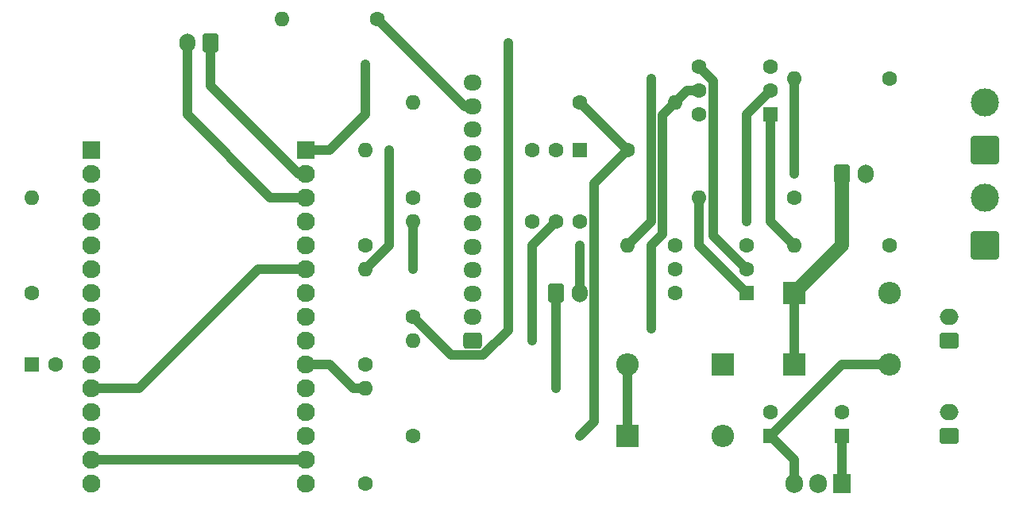
<source format=gbr>
%TF.GenerationSoftware,KiCad,Pcbnew,9.0.1*%
%TF.CreationDate,2025-04-03T23:22:05-05:00*%
%TF.ProjectId,sump-pump-mon,73756d70-2d70-4756-9d70-2d6d6f6e2e6b,rev?*%
%TF.SameCoordinates,Original*%
%TF.FileFunction,Copper,L2,Bot*%
%TF.FilePolarity,Positive*%
%FSLAX46Y46*%
G04 Gerber Fmt 4.6, Leading zero omitted, Abs format (unit mm)*
G04 Created by KiCad (PCBNEW 9.0.1) date 2025-04-03 23:22:05*
%MOMM*%
%LPD*%
G01*
G04 APERTURE LIST*
G04 Aperture macros list*
%AMRoundRect*
0 Rectangle with rounded corners*
0 $1 Rounding radius*
0 $2 $3 $4 $5 $6 $7 $8 $9 X,Y pos of 4 corners*
0 Add a 4 corners polygon primitive as box body*
4,1,4,$2,$3,$4,$5,$6,$7,$8,$9,$2,$3,0*
0 Add four circle primitives for the rounded corners*
1,1,$1+$1,$2,$3*
1,1,$1+$1,$4,$5*
1,1,$1+$1,$6,$7*
1,1,$1+$1,$8,$9*
0 Add four rect primitives between the rounded corners*
20,1,$1+$1,$2,$3,$4,$5,0*
20,1,$1+$1,$4,$5,$6,$7,0*
20,1,$1+$1,$6,$7,$8,$9,0*
20,1,$1+$1,$8,$9,$2,$3,0*%
G04 Aperture macros list end*
%TA.AperFunction,ComponentPad*%
%ADD10C,3.000000*%
%TD*%
%TA.AperFunction,ComponentPad*%
%ADD11RoundRect,0.288462X1.211538X-1.211538X1.211538X1.211538X-1.211538X1.211538X-1.211538X-1.211538X0*%
%TD*%
%TA.AperFunction,ComponentPad*%
%ADD12C,1.600000*%
%TD*%
%TA.AperFunction,ComponentPad*%
%ADD13O,1.600000X1.600000*%
%TD*%
%TA.AperFunction,ComponentPad*%
%ADD14RoundRect,0.250000X0.600000X0.750000X-0.600000X0.750000X-0.600000X-0.750000X0.600000X-0.750000X0*%
%TD*%
%TA.AperFunction,ComponentPad*%
%ADD15O,1.700000X2.000000*%
%TD*%
%TA.AperFunction,ComponentPad*%
%ADD16RoundRect,0.250000X0.725000X-0.600000X0.725000X0.600000X-0.725000X0.600000X-0.725000X-0.600000X0*%
%TD*%
%TA.AperFunction,ComponentPad*%
%ADD17O,1.950000X1.700000*%
%TD*%
%TA.AperFunction,ComponentPad*%
%ADD18RoundRect,0.250000X0.750000X-0.600000X0.750000X0.600000X-0.750000X0.600000X-0.750000X-0.600000X0*%
%TD*%
%TA.AperFunction,ComponentPad*%
%ADD19O,2.000000X1.700000*%
%TD*%
%TA.AperFunction,ComponentPad*%
%ADD20RoundRect,0.250000X0.550000X0.550000X-0.550000X0.550000X-0.550000X-0.550000X0.550000X-0.550000X0*%
%TD*%
%TA.AperFunction,ComponentPad*%
%ADD21RoundRect,0.250000X-0.550000X0.550000X-0.550000X-0.550000X0.550000X-0.550000X0.550000X0.550000X0*%
%TD*%
%TA.AperFunction,ComponentPad*%
%ADD22R,1.600000X1.600000*%
%TD*%
%TA.AperFunction,ComponentPad*%
%ADD23R,2.400000X2.400000*%
%TD*%
%TA.AperFunction,ComponentPad*%
%ADD24O,2.400000X2.400000*%
%TD*%
%TA.AperFunction,ComponentPad*%
%ADD25RoundRect,0.250000X-0.600000X-0.750000X0.600000X-0.750000X0.600000X0.750000X-0.600000X0.750000X0*%
%TD*%
%TA.AperFunction,ComponentPad*%
%ADD26R,1.905000X2.000000*%
%TD*%
%TA.AperFunction,ComponentPad*%
%ADD27O,1.905000X2.000000*%
%TD*%
%TA.AperFunction,ComponentPad*%
%ADD28R,1.930000X1.930000*%
%TD*%
%TA.AperFunction,ComponentPad*%
%ADD29C,1.930000*%
%TD*%
%TA.AperFunction,ViaPad*%
%ADD30C,0.600000*%
%TD*%
%TA.AperFunction,Conductor*%
%ADD31C,1.000000*%
%TD*%
%TA.AperFunction,Conductor*%
%ADD32C,1.500000*%
%TD*%
G04 APERTURE END LIST*
D10*
%TO.P,J5,2,Pin_2*%
%TO.N,Vin*%
X218440000Y-40640000D03*
D11*
%TO.P,J5,1,Pin_1*%
%TO.N,Net-(J5-Pin_1)*%
X218440000Y-45720000D03*
%TD*%
D10*
%TO.P,J1,2,Pin_2*%
%TO.N,Net-(J1-Pin_2)*%
X218440000Y-30480000D03*
D11*
%TO.P,J1,1,Pin_1*%
%TO.N,Vin*%
X218440000Y-35560000D03*
%TD*%
D12*
%TO.P,R14,1*%
%TO.N,+3.3V*%
X116840000Y-50800000D03*
D13*
%TO.P,R14,2*%
%TO.N,Net-(A1B-D2)*%
X116840000Y-40640000D03*
%TD*%
D12*
%TO.P,R13,1*%
%TO.N,+3.3V*%
X153670000Y-21590000D03*
D13*
%TO.P,R13,2*%
%TO.N,Net-(A1B-D1)*%
X143510000Y-21590000D03*
%TD*%
D14*
%TO.P,J6,1,Pin_1*%
%TO.N,Net-(A1B-D1)*%
X135890000Y-24130000D03*
D15*
%TO.P,J6,2,Pin_2*%
%TO.N,Net-(A1B-D2)*%
X133390000Y-24130000D03*
%TD*%
D16*
%TO.P,J4,1,Pin_1*%
%TO.N,Main_Input*%
X163830000Y-55880000D03*
D17*
%TO.P,J4,2,Pin_2*%
%TO.N,Aux_Input*%
X163830000Y-53380000D03*
%TO.P,J4,3,Pin_3*%
%TO.N,Mode*%
X163830000Y-50880000D03*
%TO.P,J4,4,Pin_4*%
%TO.N,LED_6V*%
X163830000Y-48380000D03*
%TO.P,J4,5,Pin_5*%
%TO.N,GND*%
X163830000Y-45880000D03*
%TO.P,J4,6,Pin_6*%
%TO.N,LED_AUX*%
X163830000Y-43380000D03*
%TO.P,J4,7,Pin_7*%
%TO.N,LED_YELLOW*%
X163830000Y-40880000D03*
%TO.P,J4,8,Pin_8*%
%TO.N,LED_BLUE*%
X163830000Y-38380000D03*
%TO.P,J4,9,Pin_9*%
%TO.N,LED_MAIN*%
X163830000Y-35880000D03*
%TO.P,J4,10,Pin_10*%
%TO.N,LED_GREEN*%
X163830000Y-33380000D03*
%TO.P,J4,11,Pin_11*%
%TO.N,+3.3V*%
X163830000Y-30880000D03*
%TO.P,J4,12,Pin_12*%
%TO.N,GND*%
X163830000Y-28380000D03*
%TD*%
D12*
%TO.P,R8,1*%
%TO.N,Vin*%
X157480000Y-53340000D03*
D13*
%TO.P,R8,2*%
%TO.N,LED_6V*%
X157480000Y-43180000D03*
%TD*%
D18*
%TO.P,J3,1,Pin_1*%
%TO.N,GND*%
X214630000Y-55880000D03*
D19*
%TO.P,J3,2,Pin_2*%
%TO.N,Net-(D5-A)*%
X214630000Y-53380000D03*
%TD*%
D18*
%TO.P,J2,1,Pin_1*%
%TO.N,Net-(J2-Pin_1)*%
X214630000Y-66040000D03*
D19*
%TO.P,J2,2,Pin_2*%
%TO.N,GND*%
X214630000Y-63540000D03*
%TD*%
D12*
%TO.P,U3,6*%
%TO.N,unconnected-(U3-Pad6)*%
X187960000Y-31750000D03*
%TO.P,U3,5*%
%TO.N,Aux_Input*%
X187960000Y-29210000D03*
%TO.P,U3,4*%
%TO.N,GND*%
X187960000Y-26670000D03*
%TO.P,U3,3,NC*%
%TO.N,unconnected-(U3-NC-Pad3)*%
X195580000Y-26670000D03*
%TO.P,U3,2*%
%TO.N,LED_AUX*%
X195580000Y-29210000D03*
D20*
%TO.P,U3,1*%
%TO.N,Net-(R2-Pad2)*%
X195580000Y-31750000D03*
%TD*%
D13*
%TO.P,R1,2*%
%TO.N,Net-(R1-Pad2)*%
X198120000Y-27940000D03*
D12*
%TO.P,R1,1*%
%TO.N,Net-(J1-Pin_2)*%
X208280000Y-27940000D03*
%TD*%
D21*
%TO.P,U2,1*%
%TO.N,Net-(R1-Pad2)*%
X175260000Y-35560000D03*
D12*
%TO.P,U2,2*%
%TO.N,LED_MAIN*%
X172720000Y-35560000D03*
%TO.P,U2,3,NC*%
%TO.N,unconnected-(U2-NC-Pad3)*%
X170180000Y-35560000D03*
%TO.P,U2,4*%
%TO.N,GND*%
X170180000Y-43180000D03*
%TO.P,U2,5*%
%TO.N,Main_Input*%
X172720000Y-43180000D03*
%TO.P,U2,6*%
%TO.N,unconnected-(U2-Pad6)*%
X175260000Y-43180000D03*
%TD*%
D22*
%TO.P,C2,1*%
%TO.N,Net-(D6-A)*%
X195580000Y-66040000D03*
D12*
%TO.P,C2,2*%
%TO.N,GND*%
X195580000Y-63540000D03*
%TD*%
%TO.P,R2,1*%
%TO.N,Net-(J5-Pin_1)*%
X208280000Y-45720000D03*
D13*
%TO.P,R2,2*%
%TO.N,Net-(R2-Pad2)*%
X198120000Y-45720000D03*
%TD*%
D12*
%TO.P,R7,1*%
%TO.N,+3.3V*%
X180340000Y-35560000D03*
D13*
%TO.P,R7,2*%
%TO.N,Power_Failure*%
X180340000Y-45720000D03*
%TD*%
D20*
%TO.P,U4,1*%
%TO.N,Net-(R4-Pad2)*%
X193040000Y-50800000D03*
D12*
%TO.P,U4,2*%
%TO.N,GND*%
X193040000Y-48260000D03*
%TO.P,U4,3,NC*%
%TO.N,unconnected-(U4-NC-Pad3)*%
X193040000Y-45720000D03*
%TO.P,U4,4*%
%TO.N,GND*%
X185420000Y-45720000D03*
%TO.P,U4,5*%
%TO.N,Power_Failure*%
X185420000Y-48260000D03*
%TO.P,U4,6*%
%TO.N,unconnected-(U4-Pad6)*%
X185420000Y-50800000D03*
%TD*%
D23*
%TO.P,D8,1,K*%
%TO.N,GND*%
X190500000Y-58420000D03*
D24*
%TO.P,D8,2,A*%
%TO.N,Net-(D7-K)*%
X180340000Y-58420000D03*
%TD*%
D22*
%TO.P,C1,1*%
%TO.N,Net-(J2-Pin_1)*%
X203200000Y-66040000D03*
D12*
%TO.P,C1,2*%
%TO.N,GND*%
X203200000Y-63540000D03*
%TD*%
%TO.P,R6,1*%
%TO.N,+3.3V*%
X175260000Y-30480000D03*
D13*
%TO.P,R6,2*%
%TO.N,Aux_Input*%
X185420000Y-30480000D03*
%TD*%
D25*
%TO.P,SW3,1,A*%
%TO.N,Mode*%
X172720000Y-50800000D03*
D15*
%TO.P,SW3,2,B*%
%TO.N,GND*%
X175220000Y-50800000D03*
%TD*%
D12*
%TO.P,R4,1*%
%TO.N,Vin*%
X198120000Y-40640000D03*
D13*
%TO.P,R4,2*%
%TO.N,Net-(R4-Pad2)*%
X187960000Y-40640000D03*
%TD*%
D22*
%TO.P,C3,1*%
%TO.N,+3.3V*%
X116840000Y-58420000D03*
D12*
%TO.P,C3,2*%
%TO.N,GND*%
X119340000Y-58420000D03*
%TD*%
D25*
%TO.P,SW4,1,A*%
%TO.N,Net-(D5-K)*%
X203200000Y-38100000D03*
D15*
%TO.P,SW4,2,B*%
%TO.N,Vin*%
X205700000Y-38100000D03*
%TD*%
D26*
%TO.P,U1,1,IN*%
%TO.N,Net-(J2-Pin_1)*%
X203200000Y-71120000D03*
D27*
%TO.P,U1,2,GND*%
%TO.N,Net-(D7-A)*%
X200660000Y-71120000D03*
%TO.P,U1,3,OUT*%
%TO.N,Net-(D6-A)*%
X198120000Y-71120000D03*
%TD*%
D12*
%TO.P,R11,1*%
%TO.N,Net-(A1B-D8)*%
X152400000Y-58420000D03*
D13*
%TO.P,R11,2*%
%TO.N,LED_BLUE*%
X152400000Y-48260000D03*
%TD*%
D23*
%TO.P,D7,1,K*%
%TO.N,Net-(D7-K)*%
X180340000Y-66040000D03*
D24*
%TO.P,D7,2,A*%
%TO.N,Net-(D7-A)*%
X190500000Y-66040000D03*
%TD*%
D12*
%TO.P,R9,1*%
%TO.N,Net-(A1B-D3)*%
X157480000Y-40640000D03*
D13*
%TO.P,R9,2*%
%TO.N,LED_GREEN*%
X157480000Y-30480000D03*
%TD*%
D12*
%TO.P,R5,1*%
%TO.N,+3.3V*%
X157480000Y-66040000D03*
D13*
%TO.P,R5,2*%
%TO.N,Main_Input*%
X157480000Y-55880000D03*
%TD*%
D12*
%TO.P,R12,1*%
%TO.N,+3.3V*%
X152400000Y-71120000D03*
D13*
%TO.P,R12,2*%
%TO.N,Mode*%
X152400000Y-60960000D03*
%TD*%
D23*
%TO.P,D6,1,K*%
%TO.N,Net-(D5-K)*%
X198120000Y-58420000D03*
D24*
%TO.P,D6,2,A*%
%TO.N,Net-(D6-A)*%
X208280000Y-58420000D03*
%TD*%
D23*
%TO.P,D5,1,K*%
%TO.N,Net-(D5-K)*%
X198120000Y-50800000D03*
D24*
%TO.P,D5,2,A*%
%TO.N,Net-(D5-A)*%
X208280000Y-50800000D03*
%TD*%
D28*
%TO.P,A1,J1_1,A0*%
%TO.N,unconnected-(A1A-A0-PadJ1_1)*%
X123190000Y-35560000D03*
D29*
%TO.P,A1,J1_2,RSV1*%
%TO.N,unconnected-(A1A-RSV1-PadJ1_2)*%
X123190000Y-38100000D03*
%TO.P,A1,J1_3,RSV2*%
%TO.N,unconnected-(A1A-RSV2-PadJ1_3)*%
X123190000Y-40640000D03*
%TO.P,A1,J1_4,SD3*%
%TO.N,unconnected-(A1A-SD3-PadJ1_4)*%
X123190000Y-43180000D03*
%TO.P,A1,J1_5,SD2*%
%TO.N,unconnected-(A1A-SD2-PadJ1_5)*%
X123190000Y-45720000D03*
%TO.P,A1,J1_6,SD1*%
%TO.N,unconnected-(A1A-SD1-PadJ1_6)*%
X123190000Y-48260000D03*
%TO.P,A1,J1_7,CMD*%
%TO.N,unconnected-(A1A-CMD-PadJ1_7)*%
X123190000Y-50800000D03*
%TO.P,A1,J1_8,SD0*%
%TO.N,unconnected-(A1A-SD0-PadJ1_8)*%
X123190000Y-53340000D03*
%TO.P,A1,J1_9,CLK*%
%TO.N,unconnected-(A1A-CLK-PadJ1_9)*%
X123190000Y-55880000D03*
%TO.P,A1,J1_10,GND*%
%TO.N,GND*%
X123190000Y-58420000D03*
%TO.P,A1,J1_11,3V3*%
%TO.N,+3.3V*%
X123190000Y-60960000D03*
%TO.P,A1,J1_12,EN*%
%TO.N,unconnected-(A1A-EN-PadJ1_12)*%
X123190000Y-63500000D03*
%TO.P,A1,J1_13,RST*%
%TO.N,unconnected-(A1A-RST-PadJ1_13)*%
X123190000Y-66040000D03*
%TO.P,A1,J1_14,GND*%
%TO.N,GND*%
X123190000Y-68580000D03*
%TO.P,A1,J1_15,VIN*%
%TO.N,Vin*%
X123190000Y-71120000D03*
D28*
%TO.P,A1,J2_1,D0*%
%TO.N,Power_Failure*%
X146050000Y-35560000D03*
D29*
%TO.P,A1,J2_2,D1*%
%TO.N,Net-(A1B-D1)*%
X146050000Y-38100000D03*
%TO.P,A1,J2_3,D2*%
%TO.N,Net-(A1B-D2)*%
X146050000Y-40640000D03*
%TO.P,A1,J2_4,D3*%
%TO.N,Net-(A1B-D3)*%
X146050000Y-43180000D03*
%TO.P,A1,J2_5,D4*%
%TO.N,Net-(A1B-D4)*%
X146050000Y-45720000D03*
%TO.P,A1,J2_6,3V3*%
%TO.N,+3.3V*%
X146050000Y-48260000D03*
%TO.P,A1,J2_7,GND*%
%TO.N,GND*%
X146050000Y-50800000D03*
%TO.P,A1,J2_8,D5*%
%TO.N,Aux_Input*%
X146050000Y-53340000D03*
%TO.P,A1,J2_9,D6*%
%TO.N,Main_Input*%
X146050000Y-55880000D03*
%TO.P,A1,J2_10,D7*%
%TO.N,Mode*%
X146050000Y-58420000D03*
%TO.P,A1,J2_11,D8*%
%TO.N,Net-(A1B-D8)*%
X146050000Y-60960000D03*
%TO.P,A1,J2_12,D9*%
%TO.N,unconnected-(A1B-D9-PadJ2_12)*%
X146050000Y-63500000D03*
%TO.P,A1,J2_13,D10*%
%TO.N,unconnected-(A1B-D10-PadJ2_13)*%
X146050000Y-66040000D03*
%TO.P,A1,J2_14,GND*%
%TO.N,GND*%
X146050000Y-68580000D03*
%TO.P,A1,J2_15,3V3*%
%TO.N,+3.3V*%
X146050000Y-71120000D03*
%TD*%
D12*
%TO.P,R10,1*%
%TO.N,Net-(A1B-D4)*%
X152400000Y-45720000D03*
D13*
%TO.P,R10,2*%
%TO.N,LED_YELLOW*%
X152400000Y-35560000D03*
%TD*%
D30*
%TO.N,Vin*%
X167640000Y-24130000D03*
X167640000Y-34290000D03*
%TO.N,LED_6V*%
X157480000Y-48260000D03*
%TO.N,Net-(R1-Pad2)*%
X198120000Y-38100000D03*
%TO.N,Power_Failure*%
X152400000Y-26401000D03*
X182880000Y-27940000D03*
%TO.N,+3.3V*%
X175260000Y-66040000D03*
%TO.N,Mode*%
X172720000Y-60960000D03*
%TO.N,GND*%
X175260000Y-45720000D03*
%TO.N,Aux_Input*%
X182880000Y-54610000D03*
%TO.N,Main_Input*%
X170180000Y-55880000D03*
%TO.N,LED_BLUE*%
X154940000Y-35560000D03*
%TO.N,LED_AUX*%
X193040000Y-43180000D03*
%TD*%
D31*
%TO.N,+3.3V*%
X162960000Y-30880000D02*
X163830000Y-30880000D01*
X153670000Y-21590000D02*
X162960000Y-30880000D01*
%TO.N,Vin*%
X167640000Y-24130000D02*
X167640000Y-34290000D01*
%TO.N,Net-(A1B-D2)*%
X142240000Y-40640000D02*
X146050000Y-40640000D01*
X133390000Y-31790000D02*
X142240000Y-40640000D01*
X133390000Y-24130000D02*
X133390000Y-31790000D01*
%TO.N,Net-(A1B-D1)*%
X145258000Y-38100000D02*
X146050000Y-38100000D01*
X135890000Y-24130000D02*
X135890000Y-28732000D01*
X135890000Y-28732000D02*
X145258000Y-38100000D01*
%TO.N,+3.3V*%
X128270000Y-60960000D02*
X140970000Y-48260000D01*
X140970000Y-48260000D02*
X146050000Y-48260000D01*
X123190000Y-60960000D02*
X128270000Y-60960000D01*
%TO.N,GND*%
X146050000Y-68580000D02*
X123190000Y-68580000D01*
%TO.N,Vin*%
X167640000Y-54746844D02*
X167640000Y-34290000D01*
X164955844Y-57431000D02*
X167640000Y-54746844D01*
X161571000Y-57431000D02*
X164955844Y-57431000D01*
X157480000Y-53340000D02*
X161571000Y-57431000D01*
%TO.N,LED_6V*%
X157480000Y-48260000D02*
X157480000Y-43180000D01*
%TO.N,Aux_Input*%
X184081000Y-31819000D02*
X185420000Y-30480000D01*
X182880000Y-45720000D02*
X184081000Y-44519000D01*
X182880000Y-54610000D02*
X182880000Y-45720000D01*
X184081000Y-44519000D02*
X184081000Y-31819000D01*
%TO.N,Net-(R1-Pad2)*%
X198120000Y-27940000D02*
X198120000Y-38100000D01*
%TO.N,Aux_Input*%
X186690000Y-29210000D02*
X185420000Y-30480000D01*
X187960000Y-29210000D02*
X186690000Y-29210000D01*
%TO.N,GND*%
X189461000Y-28171000D02*
X189461000Y-44681000D01*
X187960000Y-26670000D02*
X189461000Y-28171000D01*
X189461000Y-44681000D02*
X193040000Y-48260000D01*
%TO.N,Net-(R2-Pad2)*%
X195580000Y-31750000D02*
X195580000Y-43180000D01*
%TO.N,LED_AUX*%
X193040000Y-31750000D02*
X195580000Y-29210000D01*
X193040000Y-43180000D02*
X193040000Y-31750000D01*
%TO.N,Mode*%
X148590000Y-58420000D02*
X146050000Y-58420000D01*
X152400000Y-60960000D02*
X151130000Y-60960000D01*
%TO.N,Power_Failure*%
X148590000Y-35560000D02*
X146050000Y-35560000D01*
X152400000Y-31750000D02*
X148590000Y-35560000D01*
X152400000Y-26401000D02*
X152400000Y-31750000D01*
%TO.N,Mode*%
X151130000Y-60960000D02*
X148590000Y-58420000D01*
%TO.N,Power_Failure*%
X182880000Y-43180000D02*
X182880000Y-27940000D01*
X180340000Y-45720000D02*
X182880000Y-43180000D01*
%TO.N,+3.3V*%
X180340000Y-35560000D02*
X175260000Y-30480000D01*
X176771000Y-39129000D02*
X176771000Y-64529000D01*
X180340000Y-35560000D02*
X176771000Y-39129000D01*
X176771000Y-64529000D02*
X175260000Y-66040000D01*
%TO.N,Mode*%
X172720000Y-60960000D02*
X172720000Y-50800000D01*
%TO.N,GND*%
X175220000Y-50800000D02*
X175220000Y-45760000D01*
X175220000Y-45760000D02*
X175260000Y-45720000D01*
%TO.N,Main_Input*%
X170180000Y-45720000D02*
X170180000Y-55880000D01*
X172720000Y-43180000D02*
X170180000Y-45720000D01*
%TO.N,Net-(R4-Pad2)*%
X193040000Y-50800000D02*
X187960000Y-45720000D01*
X187960000Y-45720000D02*
X187960000Y-40640000D01*
%TO.N,Net-(D6-A)*%
X208280000Y-58420000D02*
X203200000Y-58420000D01*
X198120000Y-71120000D02*
X198120000Y-68580000D01*
X198120000Y-68580000D02*
X195580000Y-66040000D01*
X203200000Y-58420000D02*
X195580000Y-66040000D01*
%TO.N,Net-(D7-K)*%
X180340000Y-58420000D02*
X180340000Y-66040000D01*
%TO.N,Net-(D5-K)*%
X198120000Y-50800000D02*
X198120000Y-58420000D01*
D32*
X203200000Y-45720000D02*
X198120000Y-50800000D01*
X203200000Y-38100000D02*
X203200000Y-45720000D01*
D31*
%TO.N,LED_BLUE*%
X154940000Y-45720000D02*
X154940000Y-35560000D01*
X152400000Y-48260000D02*
X154940000Y-45720000D01*
%TO.N,Net-(J2-Pin_1)*%
X203200000Y-71120000D02*
X203200000Y-66040000D01*
%TO.N,Net-(R2-Pad2)*%
X195580000Y-43180000D02*
X198120000Y-45720000D01*
%TD*%
M02*

</source>
